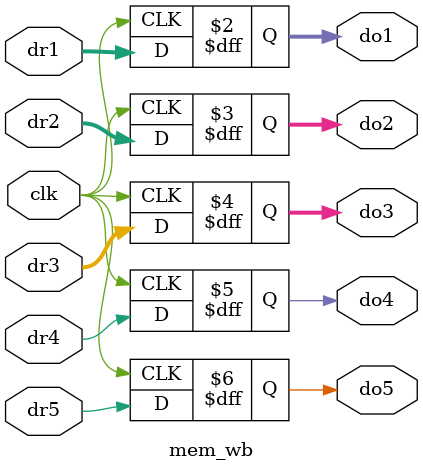
<source format=v>
module mem_wb(
    input [31:0]dr1,dr2,
    input [4:0]dr3,
    input dr4,dr5,
    input clk,
    output reg [31:0]do1,do2,
    output reg [4:0]do3,
    output reg do4,do5
);
  always @(posedge clk) begin
    do1 <= dr1;
    do2 <= dr2;
    do3 <= dr3;
    do4 <= dr4;
    do5 <= dr5;
  end  
endmodule
</source>
